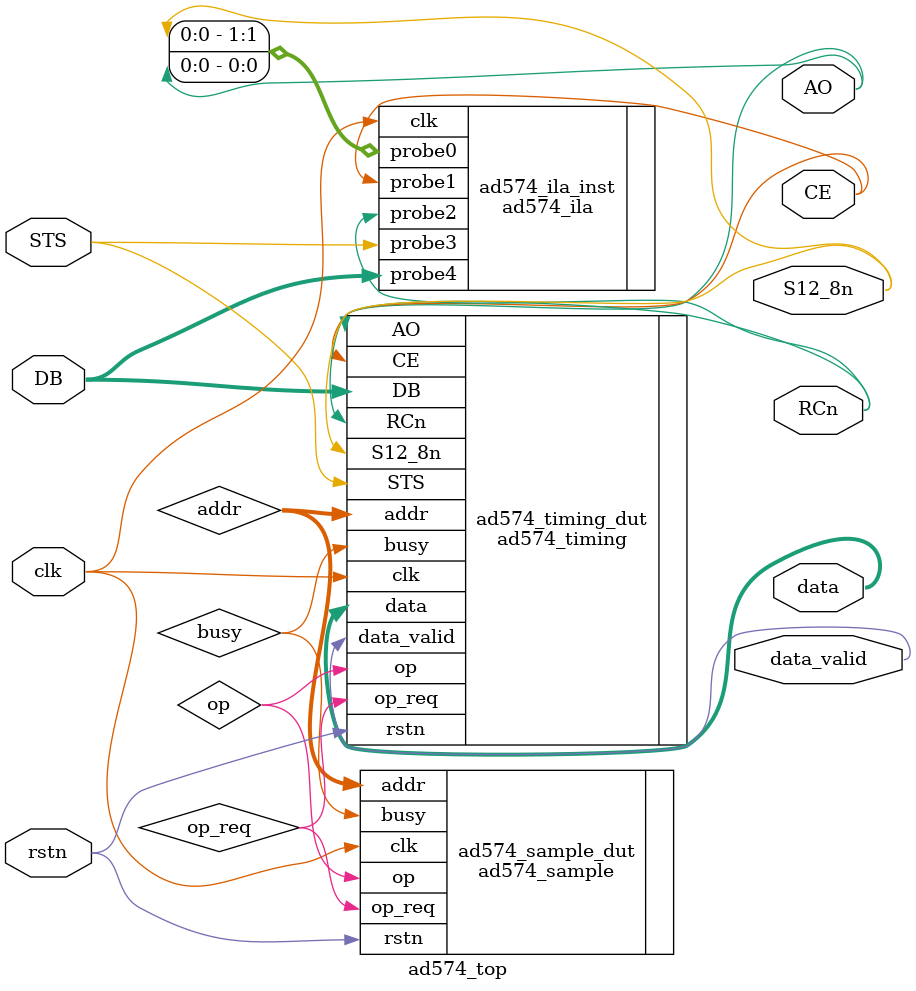
<source format=v>
`resetall
`timescale 1ns / 1ps
`default_nettype none

module ad574_top #(
    parameter integer IN_CLK_FREQ = 100_000_000
) (
    input  wire        clk,         //
    input  wire        rstn,        //
    //
    output wire [11:0] data,
    output wire        data_valid,
    // to ad574
    output wire        AO,          //
    output wire        S12_8n,      //
    output wire        CE,          //
    output wire        RCn,         //
    input  wire        STS,         //
    input  wire [11:0] DB           //
);

    wire       busy;
    wire       op_req;
    wire       op;
    wire [1:0] addr;

    ad574_ila ad574_ila_inst (
        .clk   (clk),           // input wire clk
        .probe0({S12_8n, AO}),  // input wire [1:0]  probe0
        .probe1(CE),            // input wire [0:0]  probe1
        .probe2(RCn),           // input wire [0:0]  probe2
        .probe3(STS),           // input wire [0:0]  probe3
        .probe4(DB)             // input wire [11:0]  probe4
    );

    ad574_sample ad574_sample_dut (
        .clk   (clk),
        .rstn  (rstn),
        .busy  (busy),
        .op_req(op_req),
        .op    (op),
        .addr  (addr)
    );

    ad574_timing #(
        .IN_CLK_FREQ(IN_CLK_FREQ)
    ) ad574_timing_dut (
        .clk       (clk),
        .rstn      (rstn),
        .op_req    (op_req),
        .op        (op),
        .addr      (addr),
        .busy      (busy),
        .data      (data),
        .data_valid(data_valid),
        .AO        (AO),
        .S12_8n    (S12_8n),
        .CE        (CE),
        .RCn       (RCn),
        .STS       (STS),
        .DB        (DB)
    );

endmodule

// verilog_format: off
`resetall
// verilog_format: on

</source>
